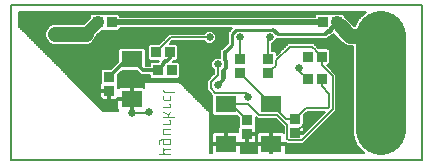
<source format=gbl>
G75*
%MOIN*%
%OFA0B0*%
%FSLAX25Y25*%
%IPPOS*%
%LPD*%
%AMOC8*
5,1,8,0,0,1.08239X$1,22.5*
%
%ADD10C,0.00500*%
%ADD11C,0.00300*%
%ADD12R,0.03346X0.03543*%
%ADD13R,0.03543X0.03346*%
%ADD14R,0.07087X0.05512*%
%ADD15C,0.05000*%
%ADD16C,0.02578*%
%ADD17C,0.04000*%
%ADD18C,0.00600*%
%ADD19C,0.01200*%
%ADD20C,0.16500*%
%ADD21C,0.01000*%
%ADD22C,0.01600*%
%ADD23C,0.00800*%
%ADD24C,0.02000*%
D10*
X0001250Y0001250D02*
X0001250Y0053150D01*
X0138350Y0053150D01*
X0138350Y0001250D01*
X0001250Y0001250D01*
D11*
X0050654Y0003337D02*
X0054354Y0003337D01*
X0052710Y0003337D02*
X0052654Y0003339D01*
X0052598Y0003345D01*
X0052543Y0003354D01*
X0052488Y0003367D01*
X0052435Y0003384D01*
X0052383Y0003405D01*
X0052332Y0003429D01*
X0052283Y0003457D01*
X0052236Y0003487D01*
X0052191Y0003521D01*
X0052149Y0003558D01*
X0052109Y0003598D01*
X0052072Y0003640D01*
X0052038Y0003685D01*
X0052008Y0003732D01*
X0051980Y0003781D01*
X0051956Y0003832D01*
X0051935Y0003884D01*
X0051918Y0003937D01*
X0051905Y0003992D01*
X0051896Y0004047D01*
X0051890Y0004103D01*
X0051888Y0004159D01*
X0051890Y0004215D01*
X0051896Y0004271D01*
X0051905Y0004326D01*
X0051918Y0004381D01*
X0051935Y0004434D01*
X0051956Y0004486D01*
X0051980Y0004537D01*
X0052008Y0004586D01*
X0052038Y0004633D01*
X0052072Y0004678D01*
X0052109Y0004720D01*
X0052149Y0004760D01*
X0052191Y0004797D01*
X0052236Y0004831D01*
X0052283Y0004861D01*
X0052332Y0004889D01*
X0052383Y0004913D01*
X0052435Y0004934D01*
X0052488Y0004951D01*
X0052543Y0004964D01*
X0052598Y0004973D01*
X0052654Y0004979D01*
X0052710Y0004981D01*
X0052710Y0004982D02*
X0052299Y0004982D01*
X0052710Y0004982D02*
X0054354Y0004982D01*
X0052299Y0004982D02*
X0052261Y0004984D01*
X0052223Y0004989D01*
X0052187Y0004998D01*
X0052151Y0005010D01*
X0052116Y0005025D01*
X0052083Y0005044D01*
X0052051Y0005065D01*
X0052022Y0005089D01*
X0051995Y0005116D01*
X0051971Y0005145D01*
X0051950Y0005177D01*
X0051931Y0005210D01*
X0051916Y0005245D01*
X0051904Y0005281D01*
X0051895Y0005317D01*
X0051890Y0005355D01*
X0051888Y0005393D01*
X0052504Y0006554D02*
X0053737Y0006554D01*
X0053737Y0006553D02*
X0053785Y0006555D01*
X0053834Y0006561D01*
X0053881Y0006570D01*
X0053928Y0006583D01*
X0053973Y0006600D01*
X0054017Y0006620D01*
X0054059Y0006644D01*
X0054100Y0006671D01*
X0054138Y0006701D01*
X0054173Y0006734D01*
X0054206Y0006769D01*
X0054236Y0006807D01*
X0054263Y0006848D01*
X0054287Y0006890D01*
X0054307Y0006934D01*
X0054324Y0006979D01*
X0054337Y0007026D01*
X0054346Y0007073D01*
X0054352Y0007122D01*
X0054354Y0007170D01*
X0054354Y0008198D01*
X0051271Y0008198D01*
X0051887Y0008198D02*
X0051887Y0007170D01*
X0051889Y0007122D01*
X0051895Y0007073D01*
X0051904Y0007026D01*
X0051917Y0006979D01*
X0051934Y0006934D01*
X0051954Y0006890D01*
X0051978Y0006848D01*
X0052005Y0006807D01*
X0052035Y0006769D01*
X0052068Y0006734D01*
X0052103Y0006701D01*
X0052141Y0006671D01*
X0052182Y0006644D01*
X0052224Y0006620D01*
X0052268Y0006600D01*
X0052313Y0006583D01*
X0052360Y0006570D01*
X0052407Y0006561D01*
X0052456Y0006555D01*
X0052504Y0006553D01*
X0051271Y0008198D02*
X0051223Y0008196D01*
X0051174Y0008190D01*
X0051127Y0008181D01*
X0051080Y0008168D01*
X0051035Y0008151D01*
X0050991Y0008131D01*
X0050949Y0008107D01*
X0050908Y0008080D01*
X0050870Y0008050D01*
X0050835Y0008017D01*
X0050802Y0007982D01*
X0050772Y0007944D01*
X0050745Y0007903D01*
X0050721Y0007861D01*
X0050701Y0007817D01*
X0050684Y0007772D01*
X0050671Y0007725D01*
X0050662Y0007678D01*
X0050656Y0007629D01*
X0050654Y0007581D01*
X0050654Y0006759D01*
X0052504Y0009931D02*
X0054354Y0009931D01*
X0052504Y0009931D02*
X0052456Y0009933D01*
X0052407Y0009939D01*
X0052360Y0009948D01*
X0052313Y0009961D01*
X0052268Y0009978D01*
X0052224Y0009998D01*
X0052182Y0010022D01*
X0052141Y0010049D01*
X0052103Y0010079D01*
X0052068Y0010112D01*
X0052035Y0010147D01*
X0052005Y0010185D01*
X0051978Y0010226D01*
X0051954Y0010268D01*
X0051934Y0010312D01*
X0051917Y0010357D01*
X0051904Y0010404D01*
X0051895Y0010451D01*
X0051889Y0010500D01*
X0051887Y0010548D01*
X0051887Y0011576D01*
X0054354Y0011576D01*
X0054354Y0013312D02*
X0051887Y0013312D01*
X0054354Y0013312D02*
X0054354Y0014545D01*
X0053943Y0014545D01*
X0053121Y0015853D02*
X0054354Y0017497D01*
X0053635Y0016572D02*
X0051887Y0017497D01*
X0051887Y0018952D02*
X0054354Y0018952D01*
X0054354Y0020185D01*
X0053943Y0020185D01*
X0053737Y0021336D02*
X0052504Y0021336D01*
X0052504Y0021335D02*
X0052456Y0021337D01*
X0052407Y0021343D01*
X0052360Y0021352D01*
X0052313Y0021365D01*
X0052268Y0021382D01*
X0052224Y0021402D01*
X0052182Y0021426D01*
X0052141Y0021453D01*
X0052103Y0021483D01*
X0052068Y0021516D01*
X0052035Y0021551D01*
X0052005Y0021589D01*
X0051978Y0021630D01*
X0051954Y0021672D01*
X0051934Y0021716D01*
X0051917Y0021761D01*
X0051904Y0021808D01*
X0051895Y0021855D01*
X0051889Y0021904D01*
X0051887Y0021952D01*
X0051887Y0022774D01*
X0053737Y0021335D02*
X0053785Y0021337D01*
X0053834Y0021343D01*
X0053881Y0021352D01*
X0053928Y0021365D01*
X0053973Y0021382D01*
X0054017Y0021402D01*
X0054059Y0021426D01*
X0054100Y0021453D01*
X0054138Y0021483D01*
X0054173Y0021516D01*
X0054206Y0021551D01*
X0054236Y0021589D01*
X0054263Y0021630D01*
X0054287Y0021672D01*
X0054307Y0021716D01*
X0054324Y0021761D01*
X0054337Y0021808D01*
X0054346Y0021855D01*
X0054352Y0021904D01*
X0054354Y0021952D01*
X0054354Y0022774D01*
X0055587Y0024141D02*
X0052504Y0024141D01*
X0052504Y0024140D02*
X0052456Y0024142D01*
X0052407Y0024148D01*
X0052360Y0024157D01*
X0052313Y0024170D01*
X0052268Y0024187D01*
X0052224Y0024207D01*
X0052182Y0024231D01*
X0052141Y0024258D01*
X0052103Y0024288D01*
X0052068Y0024321D01*
X0052035Y0024356D01*
X0052005Y0024394D01*
X0051978Y0024435D01*
X0051954Y0024477D01*
X0051934Y0024521D01*
X0051917Y0024566D01*
X0051904Y0024613D01*
X0051895Y0024660D01*
X0051889Y0024709D01*
X0051887Y0024757D01*
X0051887Y0015853D02*
X0055587Y0015853D01*
D12*
X0054733Y0031250D03*
X0050167Y0031250D03*
X0049667Y0037250D03*
X0054233Y0037250D03*
X0034733Y0047250D03*
X0030167Y0047250D03*
X0100167Y0035750D03*
X0104733Y0035750D03*
X0104733Y0028250D03*
X0100167Y0028250D03*
X0105167Y0047250D03*
X0109733Y0047250D03*
D13*
X0086950Y0035033D03*
X0077450Y0035033D03*
X0077450Y0030467D03*
X0086950Y0030467D03*
X0095950Y0015033D03*
X0095950Y0010467D03*
X0079950Y0009967D03*
X0079950Y0014533D03*
X0033950Y0024467D03*
X0033950Y0029033D03*
D14*
X0041450Y0034943D03*
X0041450Y0021557D03*
X0072950Y0019943D03*
X0087950Y0019943D03*
X0087950Y0006557D03*
X0072950Y0006557D03*
D15*
X0114233Y0042750D02*
X0122450Y0042750D01*
X0113592Y0043392D02*
X0111092Y0045892D01*
X0026167Y0043250D02*
X0022450Y0043250D01*
X0015950Y0043250D01*
D16*
X0015950Y0043250D03*
X0022450Y0043250D03*
X0054733Y0031250D03*
X0062450Y0027250D03*
X0070233Y0026250D03*
X0080167Y0022332D03*
X0102839Y0016189D03*
X0102839Y0016189D03*
X0120050Y0015350D03*
X0124850Y0015350D03*
X0129350Y0015350D03*
X0129050Y0011150D03*
X0124450Y0011250D03*
X0119750Y0011150D03*
X0122750Y0007250D03*
X0126950Y0007550D03*
X0087904Y0006557D03*
X0047201Y0017474D03*
X0041407Y0017053D03*
X0070233Y0033250D03*
X0067450Y0042250D03*
X0077450Y0042250D03*
X0087450Y0042250D03*
X0100167Y0035750D03*
X0097359Y0032159D03*
X0119450Y0037550D03*
X0124550Y0037850D03*
X0129050Y0037550D03*
X0129450Y0041850D03*
X0124450Y0042750D03*
X0119350Y0041850D03*
X0120350Y0046150D03*
X0124850Y0046750D03*
X0128850Y0046450D03*
D17*
X0124450Y0042750D02*
X0123239Y0042750D01*
X0123239Y0041739D01*
X0123439Y0041739D01*
X0124450Y0042750D01*
X0111092Y0045892D02*
X0109733Y0047250D01*
X0030167Y0047250D02*
X0026167Y0043250D01*
D18*
X0029374Y0042109D02*
X0052678Y0042109D01*
X0052080Y0041511D02*
X0029126Y0041511D01*
X0029049Y0041324D02*
X0029549Y0042531D01*
X0031396Y0044378D01*
X0032295Y0044378D01*
X0032450Y0044533D01*
X0032605Y0044378D01*
X0036862Y0044378D01*
X0037507Y0045023D01*
X0037507Y0045350D01*
X0074909Y0045350D01*
X0073461Y0043902D01*
X0073461Y0040241D01*
X0071970Y0038750D01*
X0071829Y0038750D01*
X0070950Y0037871D01*
X0070950Y0035439D01*
X0069327Y0035439D01*
X0068044Y0034157D01*
X0068044Y0032343D01*
X0068933Y0031454D01*
X0068933Y0030308D01*
X0066444Y0027819D01*
X0066444Y0024681D01*
X0067902Y0023223D01*
X0068307Y0022818D01*
X0068307Y0016731D01*
X0068951Y0016087D01*
X0076699Y0016087D01*
X0077078Y0015708D01*
X0077078Y0012405D01*
X0077104Y0012379D01*
X0076967Y0012142D01*
X0076878Y0011811D01*
X0076878Y0010556D01*
X0076664Y0010613D01*
X0073250Y0010613D01*
X0073250Y0006857D01*
X0077793Y0006857D01*
X0077793Y0007051D01*
X0078007Y0006993D01*
X0079650Y0006993D01*
X0079650Y0009666D01*
X0080250Y0009666D01*
X0080250Y0006993D01*
X0081893Y0006993D01*
X0082223Y0007082D01*
X0082520Y0007253D01*
X0082762Y0007495D01*
X0082933Y0007792D01*
X0083022Y0008122D01*
X0083022Y0009667D01*
X0080250Y0009667D01*
X0080250Y0010266D01*
X0083022Y0010266D01*
X0083022Y0011811D01*
X0082933Y0012142D01*
X0082796Y0012379D01*
X0082822Y0012405D01*
X0082822Y0015802D01*
X0083537Y0015087D01*
X0089412Y0015087D01*
X0092078Y0012420D01*
X0092078Y0010476D01*
X0091995Y0010524D01*
X0091664Y0010613D01*
X0088250Y0010613D01*
X0088250Y0006857D01*
X0092793Y0006857D01*
X0092793Y0007209D01*
X0093309Y0006693D01*
X0098591Y0006693D01*
X0099294Y0007396D01*
X0116143Y0007396D01*
X0116390Y0006797D02*
X0098695Y0006797D01*
X0099294Y0007396D02*
X0109004Y0017106D01*
X0109707Y0017809D01*
X0109707Y0029691D01*
X0106520Y0032878D01*
X0106862Y0032878D01*
X0107507Y0033523D01*
X0107507Y0037977D01*
X0106862Y0038622D01*
X0103710Y0038622D01*
X0102784Y0039547D01*
X0102081Y0040250D01*
X0093617Y0040250D01*
X0092914Y0039547D01*
X0089822Y0036454D01*
X0089822Y0037162D01*
X0089177Y0037807D01*
X0088150Y0037807D01*
X0088150Y0040061D01*
X0088357Y0040061D01*
X0089639Y0041343D01*
X0089639Y0041740D01*
X0090743Y0041740D01*
X0090843Y0041840D01*
X0105152Y0041840D01*
X0105252Y0041740D01*
X0106495Y0041740D01*
X0107534Y0042778D01*
X0107958Y0042778D01*
X0108677Y0043498D01*
X0111351Y0040824D01*
X0112308Y0039868D01*
X0113557Y0039350D01*
X0115300Y0039350D01*
X0115300Y0009430D01*
X0116693Y0006067D01*
X0118960Y0003800D01*
X0092793Y0003800D01*
X0092793Y0006257D01*
X0088250Y0006257D01*
X0088250Y0003800D01*
X0087650Y0003800D01*
X0087650Y0006257D01*
X0088250Y0006257D01*
X0088250Y0006857D01*
X0087650Y0006857D01*
X0087650Y0006257D01*
X0083107Y0006257D01*
X0083107Y0003800D01*
X0077793Y0003800D01*
X0077793Y0006257D01*
X0073250Y0006257D01*
X0073250Y0006857D01*
X0072650Y0006857D01*
X0072650Y0006257D01*
X0068107Y0006257D01*
X0068107Y0003800D01*
X0067450Y0003800D01*
X0067450Y0017250D01*
X0057450Y0027250D01*
X0045550Y0027250D01*
X0045550Y0025493D01*
X0045495Y0025524D01*
X0045164Y0025613D01*
X0041750Y0025613D01*
X0041750Y0021857D01*
X0041150Y0021857D01*
X0041150Y0021257D01*
X0041750Y0021257D01*
X0041750Y0017850D01*
X0041150Y0017850D01*
X0041150Y0021257D01*
X0036607Y0021257D01*
X0036607Y0018630D01*
X0036695Y0018299D01*
X0036866Y0018003D01*
X0037019Y0017850D01*
X0031850Y0017850D01*
X0003800Y0045900D01*
X0003800Y0050600D01*
X0119492Y0050600D01*
X0119267Y0050507D01*
X0116693Y0047933D01*
X0115954Y0046150D01*
X0115642Y0046150D01*
X0113018Y0048774D01*
X0112507Y0048986D01*
X0112507Y0049477D01*
X0111862Y0050122D01*
X0110379Y0050122D01*
X0110310Y0050150D01*
X0109157Y0050150D01*
X0109088Y0050122D01*
X0107605Y0050122D01*
X0107450Y0049967D01*
X0107295Y0050122D01*
X0103038Y0050122D01*
X0102393Y0049477D01*
X0102393Y0049150D01*
X0037507Y0049150D01*
X0037507Y0049477D01*
X0036862Y0050122D01*
X0032605Y0050122D01*
X0032450Y0049967D01*
X0032295Y0050122D01*
X0030812Y0050122D01*
X0030743Y0050150D01*
X0029590Y0050150D01*
X0029521Y0050122D01*
X0028038Y0050122D01*
X0027393Y0049477D01*
X0027393Y0048578D01*
X0025465Y0046650D01*
X0015274Y0046650D01*
X0014024Y0046132D01*
X0013068Y0045176D01*
X0012550Y0043926D01*
X0012550Y0042574D01*
X0013068Y0041324D01*
X0014024Y0040368D01*
X0015274Y0039850D01*
X0026843Y0039850D01*
X0028092Y0040368D01*
X0029049Y0041324D01*
X0028637Y0040912D02*
X0051481Y0040912D01*
X0050883Y0040314D02*
X0027963Y0040314D01*
X0029726Y0042708D02*
X0053277Y0042708D01*
X0053316Y0042747D02*
X0050690Y0040122D01*
X0047538Y0040122D01*
X0046893Y0039477D01*
X0046893Y0035023D01*
X0047538Y0034378D01*
X0050599Y0034378D01*
X0050360Y0034140D01*
X0050360Y0034122D01*
X0048038Y0034122D01*
X0047393Y0033477D01*
X0047393Y0032750D01*
X0046093Y0032750D01*
X0046093Y0038154D01*
X0045449Y0038799D01*
X0037451Y0038799D01*
X0036807Y0038154D01*
X0036807Y0034011D01*
X0034602Y0031807D01*
X0031723Y0031807D01*
X0031078Y0031162D01*
X0031078Y0026905D01*
X0031104Y0026879D01*
X0030967Y0026642D01*
X0030878Y0026311D01*
X0030878Y0024766D01*
X0033650Y0024766D01*
X0033650Y0024167D01*
X0030878Y0024167D01*
X0030878Y0022622D01*
X0030967Y0022292D01*
X0031138Y0021995D01*
X0031380Y0021753D01*
X0031677Y0021582D01*
X0032007Y0021493D01*
X0033650Y0021493D01*
X0033650Y0024166D01*
X0034250Y0024166D01*
X0034250Y0021493D01*
X0035893Y0021493D01*
X0036223Y0021582D01*
X0036520Y0021753D01*
X0036624Y0021857D01*
X0041150Y0021857D01*
X0041150Y0025613D01*
X0037736Y0025613D01*
X0037405Y0025524D01*
X0037108Y0025353D01*
X0037022Y0025266D01*
X0037022Y0026311D01*
X0036933Y0026642D01*
X0036796Y0026879D01*
X0036822Y0026905D01*
X0036822Y0029784D01*
X0038125Y0031087D01*
X0043185Y0031087D01*
X0044522Y0029750D01*
X0047393Y0029750D01*
X0047393Y0029023D01*
X0048038Y0028378D01*
X0052295Y0028378D01*
X0052450Y0028533D01*
X0052605Y0028378D01*
X0056862Y0028378D01*
X0057507Y0029023D01*
X0057507Y0033477D01*
X0056862Y0034122D01*
X0055159Y0034122D01*
X0055416Y0034378D01*
X0056362Y0034378D01*
X0057007Y0035023D01*
X0057007Y0039477D01*
X0056362Y0040122D01*
X0054084Y0040122D01*
X0055013Y0041050D01*
X0065554Y0041050D01*
X0066543Y0040061D01*
X0068357Y0040061D01*
X0069639Y0041343D01*
X0069639Y0043157D01*
X0068357Y0044439D01*
X0066543Y0044439D01*
X0065554Y0043450D01*
X0054019Y0043450D01*
X0053316Y0042747D01*
X0053875Y0043307D02*
X0030324Y0043307D01*
X0030923Y0043905D02*
X0066009Y0043905D01*
X0068891Y0043905D02*
X0073464Y0043905D01*
X0073461Y0043307D02*
X0069489Y0043307D01*
X0069639Y0042708D02*
X0073461Y0042708D01*
X0073461Y0042109D02*
X0069639Y0042109D01*
X0069639Y0041511D02*
X0073461Y0041511D01*
X0073461Y0040912D02*
X0069208Y0040912D01*
X0068610Y0040314D02*
X0073461Y0040314D01*
X0072936Y0039715D02*
X0056769Y0039715D01*
X0057007Y0039117D02*
X0072337Y0039117D01*
X0071597Y0038518D02*
X0057007Y0038518D01*
X0057007Y0037920D02*
X0070999Y0037920D01*
X0070950Y0037321D02*
X0057007Y0037321D01*
X0057007Y0036723D02*
X0070950Y0036723D01*
X0070950Y0036124D02*
X0057007Y0036124D01*
X0057007Y0035526D02*
X0070950Y0035526D01*
X0068815Y0034927D02*
X0056911Y0034927D01*
X0055367Y0034329D02*
X0068217Y0034329D01*
X0068044Y0033730D02*
X0057254Y0033730D01*
X0057507Y0033132D02*
X0068044Y0033132D01*
X0068044Y0032533D02*
X0057507Y0032533D01*
X0057507Y0031935D02*
X0068453Y0031935D01*
X0068933Y0031336D02*
X0057507Y0031336D01*
X0057507Y0030738D02*
X0068933Y0030738D01*
X0068764Y0030139D02*
X0057507Y0030139D01*
X0057507Y0029541D02*
X0068166Y0029541D01*
X0067567Y0028942D02*
X0057426Y0028942D01*
X0057553Y0027147D02*
X0066444Y0027147D01*
X0066444Y0026548D02*
X0058152Y0026548D01*
X0058750Y0025950D02*
X0066444Y0025950D01*
X0066444Y0025351D02*
X0059349Y0025351D01*
X0059947Y0024753D02*
X0066444Y0024753D01*
X0066971Y0024154D02*
X0060546Y0024154D01*
X0061144Y0023556D02*
X0067569Y0023556D01*
X0068168Y0022957D02*
X0061743Y0022957D01*
X0062341Y0022359D02*
X0068307Y0022359D01*
X0068307Y0021760D02*
X0062940Y0021760D01*
X0063538Y0021162D02*
X0068307Y0021162D01*
X0068307Y0020563D02*
X0064137Y0020563D01*
X0064735Y0019965D02*
X0068307Y0019965D01*
X0068307Y0019366D02*
X0065334Y0019366D01*
X0065932Y0018768D02*
X0068307Y0018768D01*
X0068307Y0018169D02*
X0066531Y0018169D01*
X0067129Y0017571D02*
X0068307Y0017571D01*
X0068307Y0016972D02*
X0067450Y0016972D01*
X0067450Y0016373D02*
X0068665Y0016373D01*
X0067450Y0015775D02*
X0077011Y0015775D01*
X0077078Y0015176D02*
X0067450Y0015176D01*
X0067450Y0014578D02*
X0077078Y0014578D01*
X0077078Y0013979D02*
X0067450Y0013979D01*
X0067450Y0013381D02*
X0077078Y0013381D01*
X0077078Y0012782D02*
X0067450Y0012782D01*
X0067450Y0012184D02*
X0076991Y0012184D01*
X0076878Y0011585D02*
X0067450Y0011585D01*
X0067450Y0010987D02*
X0076878Y0010987D01*
X0080250Y0009790D02*
X0083189Y0009790D01*
X0083195Y0009815D02*
X0083107Y0009484D01*
X0083107Y0006857D01*
X0087650Y0006857D01*
X0087650Y0010613D01*
X0084236Y0010613D01*
X0083905Y0010524D01*
X0083608Y0010353D01*
X0083366Y0010111D01*
X0083195Y0009815D01*
X0083022Y0010388D02*
X0083669Y0010388D01*
X0083022Y0010987D02*
X0092078Y0010987D01*
X0092078Y0011585D02*
X0083022Y0011585D01*
X0082909Y0012184D02*
X0092078Y0012184D01*
X0091716Y0012782D02*
X0082822Y0012782D01*
X0082822Y0013381D02*
X0091118Y0013381D01*
X0090519Y0013979D02*
X0082822Y0013979D01*
X0082822Y0014578D02*
X0089921Y0014578D01*
X0092859Y0015033D02*
X0087950Y0019943D01*
X0087950Y0019967D01*
X0077450Y0030467D01*
X0077665Y0030467D01*
X0072622Y0028639D02*
X0072622Y0034240D01*
X0072450Y0034412D01*
X0077450Y0035033D02*
X0077450Y0042250D01*
X0075761Y0043939D02*
X0076460Y0044639D01*
X0088440Y0044639D01*
X0089839Y0043240D01*
X0105874Y0043240D01*
X0107464Y0042708D02*
X0109467Y0042708D01*
X0108869Y0043307D02*
X0108486Y0043307D01*
X0110066Y0042109D02*
X0106865Y0042109D01*
X0110664Y0041511D02*
X0089639Y0041511D01*
X0089208Y0040912D02*
X0111263Y0040912D01*
X0111861Y0040314D02*
X0088610Y0040314D01*
X0088150Y0039715D02*
X0093083Y0039715D01*
X0092484Y0039117D02*
X0088150Y0039117D01*
X0088150Y0038518D02*
X0091886Y0038518D01*
X0091287Y0037920D02*
X0088150Y0037920D01*
X0089663Y0037321D02*
X0090689Y0037321D01*
X0090090Y0036723D02*
X0089822Y0036723D01*
X0086950Y0035033D02*
X0086950Y0041750D01*
X0087450Y0042250D01*
X0094114Y0039050D02*
X0101584Y0039050D01*
X0102740Y0037894D01*
X0102740Y0037744D01*
X0104733Y0035750D01*
X0104733Y0032968D01*
X0108507Y0029194D01*
X0108507Y0018306D01*
X0098094Y0007893D01*
X0093806Y0007893D01*
X0093278Y0008421D01*
X0093278Y0012917D01*
X0089909Y0016287D01*
X0084034Y0016287D01*
X0080378Y0019943D01*
X0072950Y0019943D01*
X0074541Y0019943D01*
X0079950Y0014533D01*
X0082822Y0015176D02*
X0083447Y0015176D01*
X0082849Y0015775D02*
X0082822Y0015775D01*
X0092859Y0015033D02*
X0095950Y0015033D01*
X0099495Y0018578D01*
X0106779Y0018578D01*
X0107307Y0019106D01*
X0107307Y0023394D01*
X0104733Y0025968D01*
X0104733Y0028250D01*
X0109707Y0028344D02*
X0115300Y0028344D01*
X0115300Y0028942D02*
X0109707Y0028942D01*
X0109707Y0029541D02*
X0115300Y0029541D01*
X0115300Y0030139D02*
X0109259Y0030139D01*
X0108660Y0030738D02*
X0115300Y0030738D01*
X0115300Y0031336D02*
X0108062Y0031336D01*
X0107463Y0031935D02*
X0115300Y0031935D01*
X0115300Y0032533D02*
X0106865Y0032533D01*
X0107116Y0033132D02*
X0115300Y0033132D01*
X0115300Y0033730D02*
X0107507Y0033730D01*
X0107507Y0034329D02*
X0115300Y0034329D01*
X0115300Y0034927D02*
X0107507Y0034927D01*
X0107507Y0035526D02*
X0115300Y0035526D01*
X0115300Y0036124D02*
X0107507Y0036124D01*
X0107507Y0036723D02*
X0115300Y0036723D01*
X0115300Y0037321D02*
X0107507Y0037321D01*
X0107507Y0037920D02*
X0115300Y0037920D01*
X0115300Y0038518D02*
X0106966Y0038518D01*
X0103214Y0039117D02*
X0115300Y0039117D01*
X0112675Y0039715D02*
X0102616Y0039715D01*
X0094114Y0039050D02*
X0089622Y0034557D01*
X0089622Y0032987D01*
X0089094Y0032460D01*
X0088944Y0032460D01*
X0086950Y0030467D01*
X0097359Y0031058D02*
X0100167Y0028250D01*
X0097359Y0031058D02*
X0097359Y0032159D01*
X0109707Y0027745D02*
X0115300Y0027745D01*
X0115300Y0027147D02*
X0109707Y0027147D01*
X0109707Y0026548D02*
X0115300Y0026548D01*
X0115300Y0025950D02*
X0109707Y0025950D01*
X0109707Y0025351D02*
X0115300Y0025351D01*
X0115300Y0024753D02*
X0109707Y0024753D01*
X0109707Y0024154D02*
X0115300Y0024154D01*
X0115300Y0023556D02*
X0109707Y0023556D01*
X0109707Y0022957D02*
X0115300Y0022957D01*
X0115300Y0022359D02*
X0109707Y0022359D01*
X0109707Y0021760D02*
X0115300Y0021760D01*
X0115300Y0021162D02*
X0109707Y0021162D01*
X0109707Y0020563D02*
X0115300Y0020563D01*
X0115300Y0019965D02*
X0109707Y0019965D01*
X0109707Y0019366D02*
X0115300Y0019366D01*
X0115300Y0018768D02*
X0109707Y0018768D01*
X0109707Y0018169D02*
X0115300Y0018169D01*
X0115300Y0017571D02*
X0109469Y0017571D01*
X0109004Y0017106D02*
X0109004Y0017106D01*
X0108870Y0016972D02*
X0115300Y0016972D01*
X0115300Y0016373D02*
X0108272Y0016373D01*
X0107673Y0015775D02*
X0115300Y0015775D01*
X0115300Y0015176D02*
X0107075Y0015176D01*
X0106476Y0014578D02*
X0115300Y0014578D01*
X0115300Y0013979D02*
X0105878Y0013979D01*
X0105279Y0013381D02*
X0115300Y0013381D01*
X0115300Y0012782D02*
X0104681Y0012782D01*
X0104082Y0012184D02*
X0115300Y0012184D01*
X0115300Y0011585D02*
X0103484Y0011585D01*
X0102885Y0010987D02*
X0115300Y0010987D01*
X0115300Y0010388D02*
X0102287Y0010388D01*
X0101688Y0009790D02*
X0115300Y0009790D01*
X0115399Y0009191D02*
X0101090Y0009191D01*
X0100491Y0008593D02*
X0115647Y0008593D01*
X0115895Y0007994D02*
X0099893Y0007994D01*
X0099294Y0007396D02*
X0099294Y0007396D01*
X0098671Y0010167D02*
X0096250Y0010167D01*
X0096250Y0010766D01*
X0099022Y0010766D01*
X0099022Y0012311D01*
X0098933Y0012642D01*
X0098796Y0012879D01*
X0098822Y0012905D01*
X0098822Y0016208D01*
X0099992Y0017378D01*
X0105882Y0017378D01*
X0098671Y0010167D01*
X0098892Y0010388D02*
X0096250Y0010388D01*
X0095950Y0010467D02*
X0097944Y0012460D01*
X0098094Y0012460D01*
X0098622Y0012987D01*
X0098622Y0013138D01*
X0101673Y0016189D01*
X0102839Y0016189D01*
X0104279Y0015775D02*
X0098822Y0015775D01*
X0098822Y0015176D02*
X0103681Y0015176D01*
X0103082Y0014578D02*
X0098822Y0014578D01*
X0098822Y0013979D02*
X0102484Y0013979D01*
X0101885Y0013381D02*
X0098822Y0013381D01*
X0098852Y0012782D02*
X0101287Y0012782D01*
X0100688Y0012184D02*
X0099022Y0012184D01*
X0099022Y0011585D02*
X0100090Y0011585D01*
X0099491Y0010987D02*
X0099022Y0010987D01*
X0088250Y0010388D02*
X0087650Y0010388D01*
X0087650Y0009790D02*
X0088250Y0009790D01*
X0088250Y0009191D02*
X0087650Y0009191D01*
X0087650Y0008593D02*
X0088250Y0008593D01*
X0088250Y0007994D02*
X0087650Y0007994D01*
X0087650Y0007396D02*
X0088250Y0007396D01*
X0088250Y0006797D02*
X0093204Y0006797D01*
X0092793Y0006199D02*
X0116638Y0006199D01*
X0117160Y0005600D02*
X0092793Y0005600D01*
X0092793Y0005002D02*
X0117758Y0005002D01*
X0118357Y0004403D02*
X0092793Y0004403D01*
X0092793Y0003805D02*
X0118955Y0003805D01*
X0088250Y0003805D02*
X0087650Y0003805D01*
X0087650Y0004403D02*
X0088250Y0004403D01*
X0088250Y0005002D02*
X0087650Y0005002D01*
X0087650Y0005600D02*
X0088250Y0005600D01*
X0088250Y0006199D02*
X0087650Y0006199D01*
X0087650Y0006797D02*
X0073250Y0006797D01*
X0073250Y0007396D02*
X0072650Y0007396D01*
X0072650Y0006857D02*
X0072650Y0010613D01*
X0069236Y0010613D01*
X0068905Y0010524D01*
X0068608Y0010353D01*
X0068366Y0010111D01*
X0068195Y0009815D01*
X0068107Y0009484D01*
X0068107Y0006857D01*
X0072650Y0006857D01*
X0072650Y0006797D02*
X0067450Y0006797D01*
X0067450Y0006199D02*
X0068107Y0006199D01*
X0068107Y0005600D02*
X0067450Y0005600D01*
X0067450Y0005002D02*
X0068107Y0005002D01*
X0068107Y0004403D02*
X0067450Y0004403D01*
X0067450Y0003805D02*
X0068107Y0003805D01*
X0068107Y0007396D02*
X0067450Y0007396D01*
X0067450Y0007994D02*
X0068107Y0007994D01*
X0068107Y0008593D02*
X0067450Y0008593D01*
X0067450Y0009191D02*
X0068107Y0009191D01*
X0068189Y0009790D02*
X0067450Y0009790D01*
X0067450Y0010388D02*
X0068669Y0010388D01*
X0072650Y0010388D02*
X0073250Y0010388D01*
X0073250Y0009790D02*
X0072650Y0009790D01*
X0072650Y0009191D02*
X0073250Y0009191D01*
X0073250Y0008593D02*
X0072650Y0008593D01*
X0072650Y0007994D02*
X0073250Y0007994D01*
X0077793Y0006199D02*
X0083107Y0006199D01*
X0083107Y0005600D02*
X0077793Y0005600D01*
X0077793Y0005002D02*
X0083107Y0005002D01*
X0083107Y0004403D02*
X0077793Y0004403D01*
X0077793Y0003805D02*
X0083107Y0003805D01*
X0083107Y0007396D02*
X0082663Y0007396D01*
X0082987Y0007994D02*
X0083107Y0007994D01*
X0083107Y0008593D02*
X0083022Y0008593D01*
X0083022Y0009191D02*
X0083107Y0009191D01*
X0080250Y0009191D02*
X0079650Y0009191D01*
X0079650Y0008593D02*
X0080250Y0008593D01*
X0080250Y0007994D02*
X0079650Y0007994D01*
X0079650Y0007396D02*
X0080250Y0007396D01*
X0098987Y0016373D02*
X0104878Y0016373D01*
X0105476Y0016972D02*
X0099586Y0016972D01*
X0072622Y0028639D02*
X0071842Y0027858D01*
X0066969Y0028344D02*
X0036822Y0028344D01*
X0036822Y0028942D02*
X0047474Y0028942D01*
X0047393Y0029541D02*
X0036822Y0029541D01*
X0037177Y0030139D02*
X0044132Y0030139D01*
X0043534Y0030738D02*
X0037776Y0030738D01*
X0035329Y0032533D02*
X0017167Y0032533D01*
X0017765Y0031935D02*
X0034730Y0031935D01*
X0035927Y0033132D02*
X0016568Y0033132D01*
X0015970Y0033730D02*
X0036526Y0033730D01*
X0036807Y0034329D02*
X0015371Y0034329D01*
X0014773Y0034927D02*
X0036807Y0034927D01*
X0036807Y0035526D02*
X0014174Y0035526D01*
X0013576Y0036124D02*
X0036807Y0036124D01*
X0036807Y0036723D02*
X0012977Y0036723D01*
X0012379Y0037321D02*
X0036807Y0037321D01*
X0036807Y0037920D02*
X0011780Y0037920D01*
X0011182Y0038518D02*
X0037171Y0038518D01*
X0041450Y0034943D02*
X0043041Y0034943D01*
X0046093Y0034927D02*
X0046989Y0034927D01*
X0046893Y0035526D02*
X0046093Y0035526D01*
X0046093Y0036124D02*
X0046893Y0036124D01*
X0046893Y0036723D02*
X0046093Y0036723D01*
X0046093Y0037321D02*
X0046893Y0037321D01*
X0046893Y0037920D02*
X0046093Y0037920D01*
X0045729Y0038518D02*
X0046893Y0038518D01*
X0046893Y0039117D02*
X0010583Y0039117D01*
X0009985Y0039715D02*
X0047131Y0039715D01*
X0049667Y0037250D02*
X0051660Y0039244D01*
X0051660Y0039394D01*
X0054516Y0042250D01*
X0067450Y0042250D01*
X0065692Y0040912D02*
X0054875Y0040912D01*
X0054277Y0040314D02*
X0066290Y0040314D01*
X0074062Y0044504D02*
X0036988Y0044504D01*
X0037507Y0045102D02*
X0074661Y0045102D01*
X0050549Y0034329D02*
X0046093Y0034329D01*
X0046093Y0033730D02*
X0047646Y0033730D01*
X0047393Y0033132D02*
X0046093Y0033132D01*
X0036822Y0027745D02*
X0066444Y0027745D01*
X0045550Y0027147D02*
X0036822Y0027147D01*
X0036958Y0026548D02*
X0045550Y0026548D01*
X0045550Y0025950D02*
X0037022Y0025950D01*
X0037022Y0025351D02*
X0037106Y0025351D01*
X0034250Y0024154D02*
X0033650Y0024154D01*
X0033650Y0023556D02*
X0034250Y0023556D01*
X0034250Y0022957D02*
X0033650Y0022957D01*
X0033650Y0022359D02*
X0034250Y0022359D01*
X0034250Y0021760D02*
X0033650Y0021760D01*
X0031373Y0021760D02*
X0027940Y0021760D01*
X0027341Y0022359D02*
X0030949Y0022359D01*
X0030878Y0022957D02*
X0026743Y0022957D01*
X0026144Y0023556D02*
X0030878Y0023556D01*
X0030878Y0024154D02*
X0025546Y0024154D01*
X0024947Y0024753D02*
X0033650Y0024753D01*
X0030878Y0025351D02*
X0024349Y0025351D01*
X0023750Y0025950D02*
X0030878Y0025950D01*
X0030942Y0026548D02*
X0023152Y0026548D01*
X0022553Y0027147D02*
X0031078Y0027147D01*
X0031078Y0027745D02*
X0021955Y0027745D01*
X0021356Y0028344D02*
X0031078Y0028344D01*
X0031078Y0028942D02*
X0020758Y0028942D01*
X0020159Y0029541D02*
X0031078Y0029541D01*
X0031078Y0030139D02*
X0019561Y0030139D01*
X0018962Y0030738D02*
X0031078Y0030738D01*
X0031252Y0031336D02*
X0018364Y0031336D01*
X0041150Y0025351D02*
X0041750Y0025351D01*
X0041750Y0024753D02*
X0041150Y0024753D01*
X0041150Y0024154D02*
X0041750Y0024154D01*
X0041750Y0023556D02*
X0041150Y0023556D01*
X0041150Y0022957D02*
X0041750Y0022957D01*
X0041750Y0022359D02*
X0041150Y0022359D01*
X0041150Y0021760D02*
X0036527Y0021760D01*
X0036607Y0021162D02*
X0028538Y0021162D01*
X0029137Y0020563D02*
X0036607Y0020563D01*
X0036607Y0019965D02*
X0029735Y0019965D01*
X0030334Y0019366D02*
X0036607Y0019366D01*
X0036607Y0018768D02*
X0030932Y0018768D01*
X0031531Y0018169D02*
X0036771Y0018169D01*
X0041150Y0018169D02*
X0041750Y0018169D01*
X0041750Y0018768D02*
X0041150Y0018768D01*
X0041150Y0019366D02*
X0041750Y0019366D01*
X0041750Y0019965D02*
X0041150Y0019965D01*
X0041150Y0020563D02*
X0041750Y0020563D01*
X0041750Y0021162D02*
X0041150Y0021162D01*
X0046781Y0017053D02*
X0047201Y0017474D01*
X0046781Y0017053D02*
X0041407Y0017053D01*
X0014154Y0040314D02*
X0009386Y0040314D01*
X0008788Y0040912D02*
X0013479Y0040912D01*
X0012990Y0041511D02*
X0008189Y0041511D01*
X0007591Y0042109D02*
X0012742Y0042109D01*
X0012550Y0042708D02*
X0006992Y0042708D01*
X0006393Y0043307D02*
X0012550Y0043307D01*
X0012550Y0043905D02*
X0005795Y0043905D01*
X0005196Y0044504D02*
X0012789Y0044504D01*
X0013037Y0045102D02*
X0004598Y0045102D01*
X0003999Y0045701D02*
X0013592Y0045701D01*
X0014426Y0046299D02*
X0003800Y0046299D01*
X0003800Y0046898D02*
X0025713Y0046898D01*
X0026311Y0047496D02*
X0003800Y0047496D01*
X0003800Y0048095D02*
X0026910Y0048095D01*
X0027393Y0048693D02*
X0003800Y0048693D01*
X0003800Y0049292D02*
X0027393Y0049292D01*
X0027806Y0049890D02*
X0003800Y0049890D01*
X0003800Y0050489D02*
X0119249Y0050489D01*
X0118650Y0049890D02*
X0112094Y0049890D01*
X0112507Y0049292D02*
X0118052Y0049292D01*
X0117453Y0048693D02*
X0113099Y0048693D01*
X0113697Y0048095D02*
X0116855Y0048095D01*
X0116512Y0047496D02*
X0114296Y0047496D01*
X0114894Y0046898D02*
X0116264Y0046898D01*
X0116016Y0046299D02*
X0115493Y0046299D01*
X0102806Y0049890D02*
X0037094Y0049890D01*
X0037507Y0049292D02*
X0102393Y0049292D01*
X0032479Y0044504D02*
X0032421Y0044504D01*
D19*
X0054233Y0037250D02*
X0054233Y0035317D01*
X0053138Y0034222D01*
X0052563Y0034222D01*
X0051860Y0033519D01*
X0051860Y0032944D01*
X0050167Y0031250D01*
X0045143Y0031250D01*
X0041450Y0034943D01*
X0039859Y0034943D01*
X0033950Y0029033D01*
X0070233Y0026250D02*
X0071842Y0027858D01*
X0071842Y0031055D01*
X0072922Y0032136D01*
X0072922Y0034364D01*
X0072450Y0034836D01*
X0072450Y0037250D01*
X0088581Y0044780D02*
X0090122Y0043240D01*
X0105874Y0043240D02*
X0106913Y0044278D01*
X0107337Y0044278D01*
X0108040Y0044981D01*
X0109733Y0046675D01*
X0109733Y0047250D01*
X0108526Y0045892D02*
X0108040Y0045406D01*
X0108040Y0044981D01*
X0108526Y0045892D02*
X0111092Y0045892D01*
X0087950Y0006557D02*
X0087904Y0006557D01*
D20*
X0124450Y0011250D02*
X0124450Y0042750D01*
D21*
X0124450Y0042150D01*
X0129050Y0037550D01*
X0129450Y0037950D01*
X0129450Y0041850D01*
X0129450Y0042150D01*
X0124850Y0046750D01*
X0125150Y0046450D01*
X0128850Y0046450D01*
X0125150Y0042750D01*
X0124850Y0042750D01*
X0124450Y0042750D01*
X0124850Y0042750D02*
X0126150Y0044050D01*
X0124850Y0042750D02*
X0122987Y0040887D01*
X0122787Y0040887D01*
X0119450Y0037550D01*
X0119750Y0037850D01*
X0124550Y0037850D01*
X0121839Y0036560D02*
X0121839Y0039739D01*
X0122987Y0040887D01*
X0121839Y0039739D02*
X0121839Y0042139D01*
X0122450Y0042750D01*
X0117061Y0039922D02*
X0117061Y0036560D01*
X0118460Y0035161D01*
X0120440Y0035161D01*
X0121839Y0036560D01*
X0117061Y0039922D02*
X0115244Y0041739D01*
X0115292Y0041692D02*
X0114233Y0042750D01*
X0113592Y0043392D01*
X0109733Y0047250D01*
X0108526Y0045892D02*
X0108140Y0045506D01*
X0108140Y0044940D01*
X0107378Y0044178D01*
X0106813Y0044178D01*
X0105874Y0043240D01*
X0090122Y0043240D01*
X0088581Y0044780D02*
X0088522Y0044839D01*
X0076378Y0044839D01*
X0074861Y0043322D01*
X0074861Y0039661D01*
X0072450Y0037250D01*
X0120350Y0046150D02*
X0120950Y0046750D01*
X0124850Y0046750D01*
X0124850Y0015350D02*
X0124850Y0009350D01*
X0122750Y0007250D01*
X0123050Y0007550D01*
X0126950Y0007550D01*
X0129050Y0009650D01*
X0129050Y0011150D01*
X0129350Y0011450D01*
X0129350Y0015350D01*
X0120050Y0015350D02*
X0119750Y0015050D01*
X0119750Y0011150D01*
X0119850Y0011250D01*
X0124450Y0011250D01*
D22*
X0116661Y0041739D02*
X0115244Y0041739D01*
D23*
X0070233Y0033250D02*
X0070233Y0029770D01*
X0067744Y0027281D01*
X0067744Y0025219D01*
X0069202Y0023761D01*
X0079722Y0023761D01*
X0080167Y0023317D01*
X0080167Y0022332D01*
D24*
X0105167Y0047250D02*
X0034733Y0047250D01*
M02*

</source>
